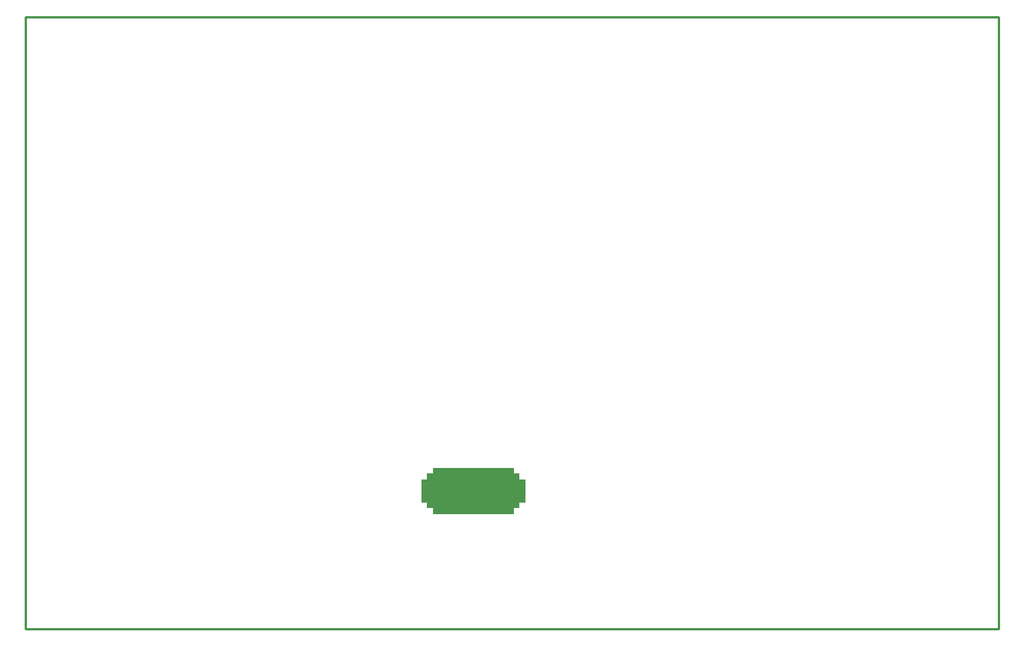
<source format=gbr>
G04*
G04 #@! TF.GenerationSoftware,Altium Limited,Altium Designer,22.4.2 (48)*
G04*
G04 Layer_Color=16711935*
%FSLAX25Y25*%
%MOIN*%
G70*
G04*
G04 #@! TF.SameCoordinates,F61A7644-D23D-4A37-B683-A49046494346*
G04*
G04*
G04 #@! TF.FilePolarity,Positive*
G04*
G01*
G75*
%ADD13C,0.01000*%
G36*
X211169Y67180D02*
X213669D01*
Y64680D01*
X216169D01*
Y54680D01*
X213669D01*
Y52180D01*
X211169D01*
Y49680D01*
X176169D01*
Y52180D01*
X173669D01*
Y54680D01*
X171169D01*
Y64680D01*
X173669D01*
Y67180D01*
X176169D01*
Y69680D01*
X211169D01*
Y67180D01*
D02*
G37*
D13*
X0Y265012D02*
X0Y12D01*
X421000D01*
X0Y265012D02*
X414000D01*
X421000D01*
X421000Y12D02*
Y11783D01*
X421000Y265012D02*
X421000Y11783D01*
M02*

</source>
